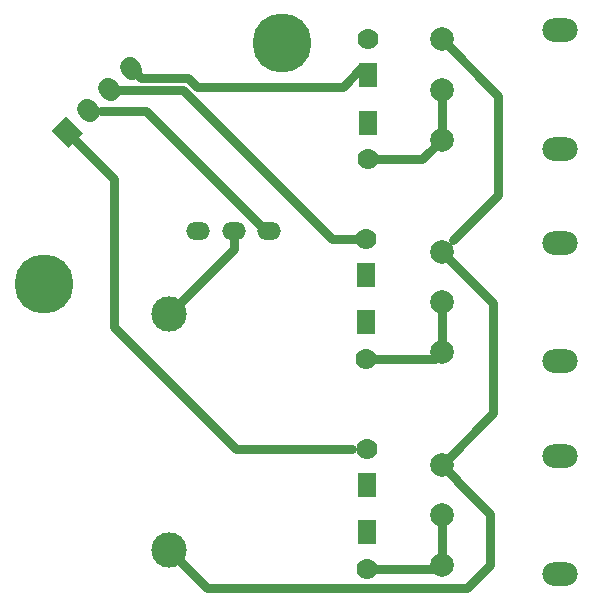
<source format=gbr>
G04 #@! TF.FileFunction,Copper,L1,Top,Signal*
%FSLAX46Y46*%
G04 Gerber Fmt 4.6, Leading zero omitted, Abs format (unit mm)*
G04 Created by KiCad (PCBNEW 4.0.4+e1-6308~48~ubuntu15.10.1-stable) date Wed Sep 27 09:28:55 2017*
%MOMM*%
%LPD*%
G01*
G04 APERTURE LIST*
%ADD10C,0.150000*%
%ADD11C,3.000000*%
%ADD12C,1.727200*%
%ADD13O,2.000000X1.500000*%
%ADD14C,1.778000*%
%ADD15R,1.524000X2.000000*%
%ADD16C,2.000000*%
%ADD17O,3.000000X2.000000*%
%ADD18C,5.000000*%
%ADD19C,0.750000*%
%ADD20C,0.250000*%
G04 APERTURE END LIST*
D10*
D11*
X126900000Y-92000000D03*
X126900000Y-112000000D03*
D10*
G36*
X118413686Y-77923155D02*
X116976845Y-76486314D01*
X118198160Y-75264999D01*
X119635001Y-76701840D01*
X118413686Y-77923155D01*
X118413686Y-77923155D01*
G37*
D12*
X119994211Y-74690263D02*
X120209737Y-74905789D01*
X121790263Y-72894211D02*
X122005789Y-73109737D01*
X123586314Y-71098160D02*
X123801840Y-71313686D01*
D13*
X135400000Y-85000000D03*
X132400000Y-85000000D03*
X129400000Y-85000000D03*
D14*
X143700000Y-103420000D03*
X143700000Y-113580000D03*
D15*
X143700000Y-106500000D03*
X143700000Y-110500000D03*
D14*
X143800000Y-68720000D03*
X143800000Y-78880000D03*
D15*
X143800000Y-71800000D03*
X143800000Y-75800000D03*
D14*
X143600000Y-85620000D03*
X143600000Y-95780000D03*
D15*
X143600000Y-88700000D03*
X143600000Y-92700000D03*
D16*
X150000000Y-104750000D03*
X150000000Y-109000000D03*
X150000000Y-113250000D03*
D17*
X160000000Y-114000000D03*
X160000000Y-104000000D03*
D16*
X150000000Y-68750000D03*
X150000000Y-73000000D03*
X150000000Y-77250000D03*
D17*
X160000000Y-78000000D03*
X160000000Y-68000000D03*
D16*
X150000000Y-86750000D03*
X150000000Y-91000000D03*
X150000000Y-95250000D03*
D17*
X160000000Y-96000000D03*
X160000000Y-86000000D03*
D18*
X116300000Y-89450000D03*
X136500000Y-69100000D03*
D19*
X132400000Y-85000000D02*
X132400000Y-86500000D01*
X132400000Y-86500000D02*
X126900000Y-92000000D01*
X122300000Y-93100000D02*
X132620000Y-103420000D01*
X132620000Y-103420000D02*
X134192124Y-103420000D01*
X122300000Y-80588154D02*
X122300000Y-93100000D01*
X118305923Y-76594077D02*
X122300000Y-80588154D01*
X134192124Y-103420000D02*
X142442765Y-103420000D01*
D20*
X142442765Y-103420000D02*
X143700000Y-103420000D01*
D19*
X143600000Y-85620000D02*
X140737903Y-85620000D01*
X140737903Y-85620000D02*
X128119877Y-73001974D01*
X128119877Y-73001974D02*
X126450000Y-73001974D01*
X126450000Y-73001974D02*
X121898026Y-73001974D01*
D20*
X126450000Y-73001974D02*
X128501974Y-73001974D01*
D19*
X123694077Y-71205923D02*
X124540118Y-72051964D01*
X124540118Y-72051964D02*
X128513384Y-72051964D01*
X128791927Y-72301964D02*
X129201984Y-72712021D01*
X128513384Y-72051964D02*
X128763384Y-72301964D01*
X128763384Y-72301964D02*
X128791927Y-72301964D01*
X129201984Y-72712021D02*
X129201984Y-72740565D01*
X129201984Y-72740565D02*
X129264352Y-72802933D01*
X129264352Y-72802933D02*
X141608913Y-72802933D01*
X141608913Y-72802933D02*
X143205923Y-71205923D01*
D20*
X143205923Y-71205923D02*
X143800000Y-71800000D01*
D19*
X150000000Y-109000000D02*
X150000000Y-110414213D01*
X150000000Y-110414213D02*
X150000000Y-113250000D01*
X143700000Y-113580000D02*
X149670000Y-113580000D01*
D20*
X149670000Y-113580000D02*
X150000000Y-113250000D01*
D19*
X150000000Y-73000000D02*
X150000000Y-77250000D01*
X143800000Y-78880000D02*
X148370000Y-78880000D01*
X148370000Y-78880000D02*
X150000000Y-77250000D01*
X150000000Y-91000000D02*
X150000000Y-92414213D01*
X150000000Y-92414213D02*
X150000000Y-95250000D01*
X143600000Y-95780000D02*
X149470000Y-95780000D01*
D20*
X149470000Y-95780000D02*
X150000000Y-95250000D01*
X135400000Y-85000000D02*
X135150000Y-85000000D01*
D19*
X135150000Y-85000000D02*
X124948026Y-74798026D01*
X124948026Y-74798026D02*
X121164320Y-74798026D01*
D20*
X121164320Y-74798026D02*
X120101974Y-74798026D01*
D19*
X150000000Y-104750000D02*
X151325001Y-106075001D01*
D20*
X151325001Y-106075001D02*
X151325001Y-106125001D01*
D19*
X151325001Y-106125001D02*
X154100000Y-108900000D01*
X152186524Y-115213476D02*
X130113476Y-115213476D01*
X154100000Y-108900000D02*
X154100000Y-113300000D01*
X154100000Y-113300000D02*
X152186524Y-115213476D01*
X130113476Y-115213476D02*
X126900000Y-112000000D01*
X154350000Y-91100000D02*
X154350000Y-100400000D01*
X154350000Y-100400000D02*
X150000000Y-104750000D01*
X150000000Y-86750000D02*
X154350000Y-91100000D01*
X150000000Y-68750000D02*
X154800000Y-73550000D01*
X154800000Y-73550000D02*
X154800000Y-81950000D01*
X154800000Y-81950000D02*
X150999999Y-85750001D01*
D20*
X150999999Y-85750001D02*
X150000000Y-86750000D01*
M02*

</source>
